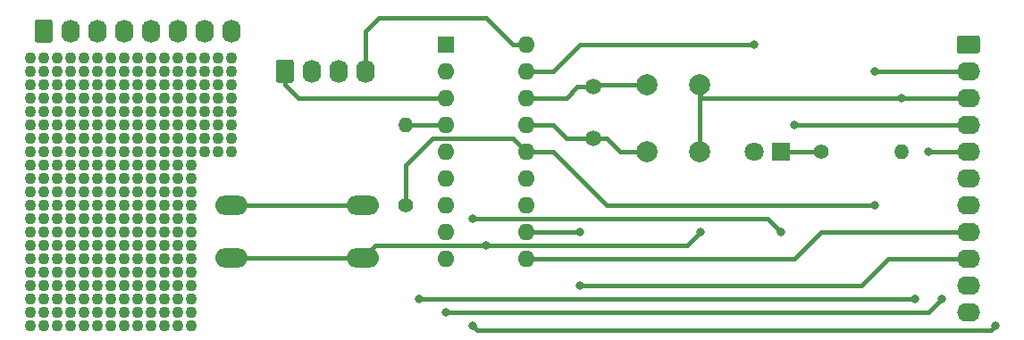
<source format=gbr>
%TF.GenerationSoftware,KiCad,Pcbnew,5.1.6-c6e7f7d~86~ubuntu16.04.1*%
%TF.CreationDate,2020-07-22T20:39:57+01:00*%
%TF.ProjectId,pic_proto1,7069635f-7072-46f7-946f-312e6b696361,rev?*%
%TF.SameCoordinates,Original*%
%TF.FileFunction,Copper,L1,Top*%
%TF.FilePolarity,Positive*%
%FSLAX46Y46*%
G04 Gerber Fmt 4.6, Leading zero omitted, Abs format (unit mm)*
G04 Created by KiCad (PCBNEW 5.1.6-c6e7f7d~86~ubuntu16.04.1) date 2020-07-22 20:39:57*
%MOMM*%
%LPD*%
G01*
G04 APERTURE LIST*
%TA.AperFunction,ComponentPad*%
%ADD10O,1.740000X2.190000*%
%TD*%
%TA.AperFunction,ComponentPad*%
%ADD11C,1.500000*%
%TD*%
%TA.AperFunction,ComponentPad*%
%ADD12O,1.600000X1.600000*%
%TD*%
%TA.AperFunction,ComponentPad*%
%ADD13R,1.600000X1.600000*%
%TD*%
%TA.AperFunction,ComponentPad*%
%ADD14O,3.048000X1.850000*%
%TD*%
%TA.AperFunction,ComponentPad*%
%ADD15O,1.400000X1.400000*%
%TD*%
%TA.AperFunction,ComponentPad*%
%ADD16C,1.400000*%
%TD*%
%TA.AperFunction,ComponentPad*%
%ADD17O,2.190000X1.740000*%
%TD*%
%TA.AperFunction,ComponentPad*%
%ADD18C,1.800000*%
%TD*%
%TA.AperFunction,ComponentPad*%
%ADD19R,1.800000X1.800000*%
%TD*%
%TA.AperFunction,ComponentPad*%
%ADD20C,2.000000*%
%TD*%
%TA.AperFunction,ViaPad*%
%ADD21C,1.100000*%
%TD*%
%TA.AperFunction,ViaPad*%
%ADD22C,0.800000*%
%TD*%
%TA.AperFunction,Conductor*%
%ADD23C,0.400000*%
%TD*%
G04 APERTURE END LIST*
D10*
%TO.P,REF\u002A\u002A,8*%
%TO.N,N/C*%
X143510000Y-48260000D03*
%TO.P,REF\u002A\u002A,7*%
X140970000Y-48260000D03*
%TO.P,REF\u002A\u002A,6*%
X138430000Y-48260000D03*
%TO.P,REF\u002A\u002A,5*%
X135890000Y-48260000D03*
%TO.P,REF\u002A\u002A,4*%
X133350000Y-48260000D03*
%TO.P,REF\u002A\u002A,3*%
X130810000Y-48260000D03*
%TO.P,REF\u002A\u002A,2*%
X128270000Y-48260000D03*
%TO.P,REF\u002A\u002A,1*%
%TA.AperFunction,ComponentPad*%
G36*
G01*
X124860000Y-49105001D02*
X124860000Y-47414999D01*
G75*
G02*
X125109999Y-47165000I249999J0D01*
G01*
X126350001Y-47165000D01*
G75*
G02*
X126600000Y-47414999I0J-249999D01*
G01*
X126600000Y-49105001D01*
G75*
G02*
X126350001Y-49355000I-249999J0D01*
G01*
X125109999Y-49355000D01*
G75*
G02*
X124860000Y-49105001I0J249999D01*
G01*
G37*
%TD.AperFunction*%
%TD*%
D11*
%TO.P,X1,2*%
%TO.N,Net-(C2-Pad1)*%
X177800000Y-53540000D03*
%TO.P,X1,1*%
%TO.N,Net-(C1-Pad1)*%
X177800000Y-58420000D03*
%TD*%
D12*
%TO.P,U1,18*%
%TO.N,IO1*%
X171450000Y-49530000D03*
%TO.P,U1,9*%
%TO.N,Net-(J2-Pad7)*%
X163830000Y-69850000D03*
%TO.P,U1,17*%
%TO.N,Net-(D1-Pad2)*%
X171450000Y-52070000D03*
%TO.P,U1,8*%
%TO.N,Net-(J2-Pad6)*%
X163830000Y-67310000D03*
%TO.P,U1,16*%
%TO.N,Net-(C2-Pad1)*%
X171450000Y-54610000D03*
%TO.P,U1,7*%
%TO.N,Net-(J2-Pad5)*%
X163830000Y-64770000D03*
%TO.P,U1,15*%
%TO.N,Net-(C1-Pad1)*%
X171450000Y-57150000D03*
%TO.P,U1,6*%
%TO.N,Net-(J2-Pad4)*%
X163830000Y-62230000D03*
%TO.P,U1,14*%
%TO.N,+5V*%
X171450000Y-59690000D03*
%TO.P,U1,5*%
%TO.N,GND*%
X163830000Y-59690000D03*
%TO.P,U1,13*%
%TO.N,Net-(J2-Pad11)*%
X171450000Y-62230000D03*
%TO.P,U1,4*%
%TO.N,Net-(R1-Pad2)*%
X163830000Y-57150000D03*
%TO.P,U1,12*%
%TO.N,Net-(J2-Pad10)*%
X171450000Y-64770000D03*
%TO.P,U1,3*%
%TO.N,IO4*%
X163830000Y-54610000D03*
%TO.P,U1,11*%
%TO.N,Net-(J2-Pad9)*%
X171450000Y-67310000D03*
%TO.P,U1,2*%
%TO.N,IO3*%
X163830000Y-52070000D03*
%TO.P,U1,10*%
%TO.N,Net-(J2-Pad8)*%
X171450000Y-69850000D03*
D13*
%TO.P,U1,1*%
%TO.N,IO2*%
X163830000Y-49530000D03*
%TD*%
D14*
%TO.P,SW1,2*%
%TO.N,GND*%
X143510000Y-69770000D03*
%TO.P,SW1,1*%
%TO.N,Net-(R1-Pad2)*%
X143510000Y-64770000D03*
%TO.P,SW1,2*%
%TO.N,GND*%
X156010000Y-69770000D03*
%TO.P,SW1,1*%
%TO.N,Net-(R1-Pad2)*%
X156010000Y-64770000D03*
%TD*%
D15*
%TO.P,R2,2*%
%TO.N,GND*%
X207010000Y-59690000D03*
D16*
%TO.P,R2,1*%
%TO.N,Net-(D1-Pad1)*%
X199390000Y-59690000D03*
%TD*%
D15*
%TO.P,R1,2*%
%TO.N,Net-(R1-Pad2)*%
X160020000Y-57150000D03*
D16*
%TO.P,R1,1*%
%TO.N,+5V*%
X160020000Y-64770000D03*
%TD*%
D17*
%TO.P,J2,11*%
%TO.N,Net-(J2-Pad11)*%
X213360000Y-74930000D03*
%TO.P,J2,10*%
%TO.N,Net-(J2-Pad10)*%
X213360000Y-72390000D03*
%TO.P,J2,9*%
%TO.N,Net-(J2-Pad9)*%
X213360000Y-69850000D03*
%TO.P,J2,8*%
%TO.N,Net-(J2-Pad8)*%
X213360000Y-67310000D03*
%TO.P,J2,7*%
%TO.N,Net-(J2-Pad7)*%
X213360000Y-64770000D03*
%TO.P,J2,6*%
%TO.N,Net-(J2-Pad6)*%
X213360000Y-62230000D03*
%TO.P,J2,5*%
%TO.N,Net-(J2-Pad5)*%
X213360000Y-59690000D03*
%TO.P,J2,4*%
%TO.N,Net-(J2-Pad4)*%
X213360000Y-57150000D03*
%TO.P,J2,3*%
%TO.N,GND*%
X213360000Y-54610000D03*
%TO.P,J2,2*%
%TO.N,+5V*%
X213360000Y-52070000D03*
%TO.P,J2,1*%
%TO.N,N/C*%
%TA.AperFunction,ComponentPad*%
G36*
G01*
X212514999Y-48660000D02*
X214205001Y-48660000D01*
G75*
G02*
X214455000Y-48909999I0J-249999D01*
G01*
X214455000Y-50150001D01*
G75*
G02*
X214205001Y-50400000I-249999J0D01*
G01*
X212514999Y-50400000D01*
G75*
G02*
X212265000Y-50150001I0J249999D01*
G01*
X212265000Y-48909999D01*
G75*
G02*
X212514999Y-48660000I249999J0D01*
G01*
G37*
%TD.AperFunction*%
%TD*%
D10*
%TO.P,J1,4*%
%TO.N,IO1*%
X156210000Y-52070000D03*
%TO.P,J1,3*%
%TO.N,IO2*%
X153670000Y-52070000D03*
%TO.P,J1,2*%
%TO.N,IO3*%
X151130000Y-52070000D03*
%TO.P,J1,1*%
%TO.N,IO4*%
%TA.AperFunction,ComponentPad*%
G36*
G01*
X147720000Y-52915001D02*
X147720000Y-51224999D01*
G75*
G02*
X147969999Y-50975000I249999J0D01*
G01*
X149210001Y-50975000D01*
G75*
G02*
X149460000Y-51224999I0J-249999D01*
G01*
X149460000Y-52915001D01*
G75*
G02*
X149210001Y-53165000I-249999J0D01*
G01*
X147969999Y-53165000D01*
G75*
G02*
X147720000Y-52915001I0J249999D01*
G01*
G37*
%TD.AperFunction*%
%TD*%
D18*
%TO.P,D1,2*%
%TO.N,Net-(D1-Pad2)*%
X193040000Y-59690000D03*
D19*
%TO.P,D1,1*%
%TO.N,Net-(D1-Pad1)*%
X195580000Y-59690000D03*
%TD*%
D20*
%TO.P,C2,2*%
%TO.N,GND*%
X187880000Y-53340000D03*
%TO.P,C2,1*%
%TO.N,Net-(C2-Pad1)*%
X182880000Y-53340000D03*
%TD*%
%TO.P,C1,2*%
%TO.N,GND*%
X187880000Y-59690000D03*
%TO.P,C1,1*%
%TO.N,Net-(C1-Pad1)*%
X182880000Y-59690000D03*
%TD*%
D21*
%TO.N,*%
X143510000Y-50800000D03*
X143510000Y-52070000D03*
X143510000Y-53340000D03*
X143510000Y-54610000D03*
X143510000Y-55880000D03*
X142240000Y-55880000D03*
X140970000Y-55880000D03*
X140970000Y-54610000D03*
X142240000Y-54610000D03*
X142240000Y-53340000D03*
X140970000Y-53340000D03*
X140970000Y-52070000D03*
X142240000Y-52070000D03*
X142240000Y-50800000D03*
X140970000Y-50800000D03*
X139700000Y-50800000D03*
X139700000Y-52070000D03*
X139700000Y-53340000D03*
X139700000Y-54610000D03*
X139700000Y-55880000D03*
X139700000Y-57150000D03*
X139700000Y-58420000D03*
X139700000Y-59690000D03*
X140970000Y-59690000D03*
X140970000Y-58420000D03*
X140970000Y-57150000D03*
X142240000Y-57150000D03*
X142240000Y-58420000D03*
X142240000Y-59690000D03*
X143510000Y-59690000D03*
X143510000Y-58420000D03*
X143510000Y-57150000D03*
X139700000Y-60960000D03*
X139700000Y-62230000D03*
X139700000Y-63500000D03*
X139700000Y-64770000D03*
X139700000Y-66040000D03*
X139700000Y-67310000D03*
X139700000Y-68580000D03*
X139700000Y-69850000D03*
X139700000Y-71120000D03*
X139700000Y-72390000D03*
X139700000Y-73660000D03*
X139700000Y-74930000D03*
X139700000Y-76200000D03*
X138430000Y-69850000D03*
X138430000Y-58420000D03*
X138430000Y-50800000D03*
X138430000Y-67310000D03*
X138430000Y-63500000D03*
X138430000Y-74930000D03*
X138430000Y-54610000D03*
X138430000Y-59690000D03*
X138430000Y-62230000D03*
X138430000Y-64770000D03*
X138430000Y-68580000D03*
X138430000Y-53340000D03*
X138430000Y-52070000D03*
X138430000Y-72390000D03*
X138430000Y-60960000D03*
X138430000Y-71120000D03*
X138430000Y-76200000D03*
X138430000Y-73660000D03*
X138430000Y-66040000D03*
X138430000Y-55880000D03*
X138430000Y-57150000D03*
X138430000Y-69850000D03*
X138430000Y-58420000D03*
X138430000Y-50800000D03*
X138430000Y-67310000D03*
X138430000Y-63500000D03*
X138430000Y-74930000D03*
X138430000Y-54610000D03*
X138430000Y-59690000D03*
X138430000Y-62230000D03*
X138430000Y-64770000D03*
X138430000Y-68580000D03*
X138430000Y-53340000D03*
X138430000Y-52070000D03*
X138430000Y-72390000D03*
X138430000Y-60960000D03*
X138430000Y-71120000D03*
X138430000Y-76200000D03*
X138430000Y-73660000D03*
X138430000Y-66040000D03*
X138430000Y-55880000D03*
X138430000Y-57150000D03*
X138430000Y-69850000D03*
X138430000Y-58420000D03*
X138430000Y-50800000D03*
X138430000Y-67310000D03*
X138430000Y-63500000D03*
X138430000Y-74930000D03*
X138430000Y-54610000D03*
X138430000Y-59690000D03*
X138430000Y-62230000D03*
X138430000Y-64770000D03*
X138430000Y-68580000D03*
X138430000Y-53340000D03*
X138430000Y-52070000D03*
X138430000Y-72390000D03*
X138430000Y-60960000D03*
X138430000Y-71120000D03*
X138430000Y-76200000D03*
X138430000Y-73660000D03*
X138430000Y-66040000D03*
X138430000Y-55880000D03*
X138430000Y-57150000D03*
X137160000Y-69850000D03*
X137160000Y-58420000D03*
X137160000Y-50800000D03*
X137160000Y-67310000D03*
X137160000Y-63500000D03*
X137160000Y-74930000D03*
X137160000Y-54610000D03*
X137160000Y-59690000D03*
X137160000Y-62230000D03*
X137160000Y-64770000D03*
X137160000Y-68580000D03*
X137160000Y-53340000D03*
X137160000Y-52070000D03*
X137160000Y-72390000D03*
X137160000Y-60960000D03*
X137160000Y-71120000D03*
X137160000Y-76200000D03*
X137160000Y-73660000D03*
X137160000Y-66040000D03*
X137160000Y-55880000D03*
X137160000Y-57150000D03*
X135890000Y-69850000D03*
X135890000Y-58420000D03*
X135890000Y-50800000D03*
X135890000Y-67310000D03*
X135890000Y-63500000D03*
X135890000Y-74930000D03*
X135890000Y-54610000D03*
X135890000Y-59690000D03*
X135890000Y-62230000D03*
X135890000Y-64770000D03*
X135890000Y-68580000D03*
X135890000Y-53340000D03*
X135890000Y-52070000D03*
X135890000Y-72390000D03*
X135890000Y-60960000D03*
X135890000Y-71120000D03*
X135890000Y-76200000D03*
X135890000Y-73660000D03*
X135890000Y-66040000D03*
X135890000Y-55880000D03*
X135890000Y-57150000D03*
X134620000Y-69850000D03*
X134620000Y-58420000D03*
X134620000Y-50800000D03*
X134620000Y-67310000D03*
X134620000Y-63500000D03*
X134620000Y-74930000D03*
X134620000Y-54610000D03*
X134620000Y-59690000D03*
X134620000Y-62230000D03*
X134620000Y-64770000D03*
X134620000Y-68580000D03*
X134620000Y-53340000D03*
X134620000Y-52070000D03*
X134620000Y-72390000D03*
X134620000Y-60960000D03*
X134620000Y-71120000D03*
X134620000Y-76200000D03*
X134620000Y-73660000D03*
X134620000Y-66040000D03*
X134620000Y-55880000D03*
X134620000Y-57150000D03*
X133350000Y-64770000D03*
X133350000Y-69850000D03*
X133350000Y-53340000D03*
X133350000Y-73660000D03*
X133350000Y-71120000D03*
X132080000Y-59690000D03*
X133350000Y-59690000D03*
X133350000Y-76200000D03*
X133350000Y-73660000D03*
X133350000Y-64770000D03*
X133350000Y-72390000D03*
X130810000Y-53340000D03*
X129540000Y-52070000D03*
X129540000Y-72390000D03*
X132080000Y-62230000D03*
X130810000Y-66040000D03*
X133350000Y-50800000D03*
X133350000Y-54610000D03*
X132080000Y-74930000D03*
X130810000Y-57150000D03*
X129540000Y-60960000D03*
X129540000Y-71120000D03*
X129540000Y-73660000D03*
X129540000Y-57150000D03*
X133350000Y-74930000D03*
X132080000Y-53340000D03*
X133350000Y-58420000D03*
X132080000Y-72390000D03*
X130810000Y-63500000D03*
X129540000Y-69850000D03*
X129540000Y-58420000D03*
X129540000Y-50800000D03*
X132080000Y-69850000D03*
X130810000Y-62230000D03*
X132080000Y-66040000D03*
X130810000Y-54610000D03*
X130810000Y-76200000D03*
X132080000Y-64770000D03*
X129540000Y-74930000D03*
X129540000Y-54610000D03*
X133350000Y-72390000D03*
X133350000Y-69850000D03*
X133350000Y-67310000D03*
X130810000Y-64770000D03*
X133350000Y-66040000D03*
X133350000Y-55880000D03*
X132080000Y-76200000D03*
X133350000Y-68580000D03*
X133350000Y-67310000D03*
X133350000Y-54610000D03*
X133350000Y-50800000D03*
X130810000Y-73660000D03*
X132080000Y-57150000D03*
X133350000Y-63500000D03*
X133350000Y-73660000D03*
X129540000Y-76200000D03*
X133350000Y-60960000D03*
X130810000Y-55880000D03*
X132080000Y-50800000D03*
X129540000Y-59690000D03*
X129540000Y-67310000D03*
X129540000Y-63500000D03*
X133350000Y-53340000D03*
X130810000Y-74930000D03*
X130810000Y-59690000D03*
X132080000Y-54610000D03*
X132080000Y-68580000D03*
X133350000Y-68580000D03*
X133350000Y-52070000D03*
X133350000Y-62230000D03*
X133350000Y-54610000D03*
X133350000Y-62230000D03*
X133350000Y-57150000D03*
X133350000Y-64770000D03*
X132080000Y-60960000D03*
X133350000Y-60960000D03*
X133350000Y-63500000D03*
X130810000Y-68580000D03*
X130810000Y-52070000D03*
X133350000Y-71120000D03*
X133350000Y-76200000D03*
X133350000Y-68580000D03*
X133350000Y-74930000D03*
X130810000Y-67310000D03*
X132080000Y-71120000D03*
X132080000Y-73660000D03*
X133350000Y-76200000D03*
X133350000Y-59690000D03*
X132080000Y-63500000D03*
X133350000Y-74930000D03*
X130810000Y-60960000D03*
X132080000Y-55880000D03*
X129540000Y-68580000D03*
X129540000Y-53340000D03*
X132080000Y-58420000D03*
X133350000Y-57150000D03*
X130810000Y-72390000D03*
X133350000Y-66040000D03*
X133350000Y-67310000D03*
X133350000Y-55880000D03*
X133350000Y-58420000D03*
X130810000Y-71120000D03*
X133350000Y-69850000D03*
X133350000Y-52070000D03*
X133350000Y-66040000D03*
X133350000Y-63500000D03*
X129540000Y-62230000D03*
X129540000Y-64770000D03*
X130810000Y-69850000D03*
X133350000Y-53340000D03*
X133350000Y-57150000D03*
X132080000Y-52070000D03*
X133350000Y-71120000D03*
X133350000Y-60960000D03*
X133350000Y-59690000D03*
X133350000Y-50800000D03*
X130810000Y-58420000D03*
X130810000Y-50800000D03*
X133350000Y-62230000D03*
X133350000Y-55880000D03*
X129540000Y-66040000D03*
X129540000Y-55880000D03*
X133350000Y-72390000D03*
X133350000Y-58420000D03*
X132080000Y-67310000D03*
X133350000Y-52070000D03*
X128270000Y-64770000D03*
X128270000Y-69850000D03*
X128270000Y-53340000D03*
X128270000Y-73660000D03*
X128270000Y-71120000D03*
X127000000Y-59690000D03*
X128270000Y-59690000D03*
X128270000Y-76200000D03*
X128270000Y-73660000D03*
X128270000Y-64770000D03*
X128270000Y-72390000D03*
X125730000Y-53340000D03*
X124460000Y-52070000D03*
X124460000Y-72390000D03*
X127000000Y-62230000D03*
X125730000Y-66040000D03*
X128270000Y-50800000D03*
X128270000Y-54610000D03*
X127000000Y-74930000D03*
X125730000Y-57150000D03*
X124460000Y-60960000D03*
X124460000Y-71120000D03*
X124460000Y-73660000D03*
X124460000Y-57150000D03*
X128270000Y-74930000D03*
X127000000Y-53340000D03*
X128270000Y-58420000D03*
X127000000Y-72390000D03*
X125730000Y-63500000D03*
X124460000Y-69850000D03*
X124460000Y-58420000D03*
X124460000Y-50800000D03*
X127000000Y-69850000D03*
X125730000Y-62230000D03*
X127000000Y-66040000D03*
X125730000Y-54610000D03*
X125730000Y-76200000D03*
X127000000Y-64770000D03*
X124460000Y-74930000D03*
X124460000Y-54610000D03*
X128270000Y-72390000D03*
X128270000Y-69850000D03*
X128270000Y-67310000D03*
X125730000Y-64770000D03*
X128270000Y-66040000D03*
X128270000Y-55880000D03*
X127000000Y-76200000D03*
X128270000Y-68580000D03*
X128270000Y-67310000D03*
X128270000Y-54610000D03*
X128270000Y-50800000D03*
X125730000Y-73660000D03*
X127000000Y-57150000D03*
X128270000Y-63500000D03*
X128270000Y-73660000D03*
X124460000Y-76200000D03*
X128270000Y-60960000D03*
X125730000Y-55880000D03*
X127000000Y-50800000D03*
X124460000Y-59690000D03*
X124460000Y-67310000D03*
X124460000Y-63500000D03*
X128270000Y-53340000D03*
X125730000Y-74930000D03*
X125730000Y-59690000D03*
X127000000Y-54610000D03*
X127000000Y-68580000D03*
X128270000Y-68580000D03*
X128270000Y-52070000D03*
X128270000Y-62230000D03*
X128270000Y-54610000D03*
X128270000Y-62230000D03*
X128270000Y-57150000D03*
X128270000Y-64770000D03*
X127000000Y-60960000D03*
X128270000Y-60960000D03*
X128270000Y-63500000D03*
X125730000Y-68580000D03*
X125730000Y-52070000D03*
X128270000Y-71120000D03*
X128270000Y-76200000D03*
X128270000Y-68580000D03*
X128270000Y-74930000D03*
X125730000Y-67310000D03*
X127000000Y-71120000D03*
X127000000Y-73660000D03*
X128270000Y-76200000D03*
X128270000Y-59690000D03*
X127000000Y-63500000D03*
X128270000Y-74930000D03*
X125730000Y-60960000D03*
X127000000Y-55880000D03*
X124460000Y-68580000D03*
X124460000Y-53340000D03*
X127000000Y-58420000D03*
X128270000Y-57150000D03*
X125730000Y-72390000D03*
X128270000Y-66040000D03*
X128270000Y-67310000D03*
X128270000Y-55880000D03*
X128270000Y-58420000D03*
X125730000Y-71120000D03*
X128270000Y-69850000D03*
X128270000Y-52070000D03*
X128270000Y-66040000D03*
X128270000Y-63500000D03*
X124460000Y-62230000D03*
X124460000Y-64770000D03*
X125730000Y-69850000D03*
X128270000Y-53340000D03*
X128270000Y-57150000D03*
X127000000Y-52070000D03*
X128270000Y-71120000D03*
X128270000Y-60960000D03*
X128270000Y-59690000D03*
X128270000Y-50800000D03*
X125730000Y-58420000D03*
X125730000Y-50800000D03*
X128270000Y-62230000D03*
X128270000Y-55880000D03*
X124460000Y-66040000D03*
X124460000Y-55880000D03*
X128270000Y-72390000D03*
X128270000Y-58420000D03*
X127000000Y-67310000D03*
X128270000Y-52070000D03*
D22*
%TO.N,GND*%
X207010000Y-54610000D03*
X187960000Y-67310000D03*
X167640000Y-68580000D03*
%TO.N,Net-(D1-Pad2)*%
X193040000Y-49530000D03*
%TO.N,Net-(J2-Pad9)*%
X176530000Y-72390000D03*
X176530000Y-67310000D03*
%TO.N,Net-(J2-Pad7)*%
X163830000Y-74930000D03*
X210820000Y-73660000D03*
%TO.N,Net-(J2-Pad6)*%
X166370000Y-76200000D03*
X215900000Y-76200000D03*
%TO.N,Net-(J2-Pad5)*%
X161290000Y-73660000D03*
X208280000Y-73660000D03*
X209550000Y-59690000D03*
%TO.N,Net-(J2-Pad4)*%
X196850000Y-57150000D03*
X195580000Y-67310000D03*
X166370000Y-66040000D03*
%TO.N,+5V*%
X204470000Y-64770000D03*
X204470000Y-52070000D03*
%TD*%
D23*
%TO.N,GND*%
X187960000Y-53420000D02*
X187880000Y-53340000D01*
X187960000Y-54610000D02*
X187960000Y-53420000D01*
X187880000Y-59690000D02*
X187880000Y-53340000D01*
X213360000Y-54610000D02*
X207010000Y-54610000D01*
X207010000Y-54610000D02*
X187960000Y-54610000D01*
X187960000Y-67310000D02*
X186690000Y-68580000D01*
X186690000Y-68580000D02*
X167640000Y-68580000D01*
X157200000Y-68580000D02*
X167640000Y-68580000D01*
X156010000Y-69770000D02*
X157200000Y-68580000D01*
X156010000Y-69770000D02*
X143510000Y-69770000D01*
%TO.N,Net-(C1-Pad1)*%
X171450000Y-57150000D02*
X173990000Y-57150000D01*
X175260000Y-58420000D02*
X177800000Y-58420000D01*
X173990000Y-57150000D02*
X175260000Y-58420000D01*
X177800000Y-58420000D02*
X179070000Y-58420000D01*
X180340000Y-59690000D02*
X182880000Y-59690000D01*
X179070000Y-58420000D02*
X180340000Y-59690000D01*
%TO.N,Net-(C2-Pad1)*%
X178000000Y-53340000D02*
X177800000Y-53540000D01*
X182880000Y-53340000D02*
X178000000Y-53340000D01*
X177800000Y-53540000D02*
X176330000Y-53540000D01*
X175260000Y-54610000D02*
X171450000Y-54610000D01*
X176330000Y-53540000D02*
X175260000Y-54610000D01*
%TO.N,Net-(D1-Pad1)*%
X195580000Y-59690000D02*
X199390000Y-59690000D01*
%TO.N,Net-(D1-Pad2)*%
X171450000Y-52070000D02*
X173990000Y-52070000D01*
X173990000Y-52070000D02*
X176530000Y-49530000D01*
X176530000Y-49530000D02*
X193040000Y-49530000D01*
%TO.N,IO1*%
X171450000Y-49530000D02*
X170180000Y-49530000D01*
X170180000Y-49530000D02*
X167640000Y-46990000D01*
X167640000Y-46990000D02*
X157480000Y-46990000D01*
X156210000Y-48260000D02*
X156210000Y-52070000D01*
X157480000Y-46990000D02*
X156210000Y-48260000D01*
%TO.N,Net-(J2-Pad9)*%
X213360000Y-69850000D02*
X205740000Y-69850000D01*
X203200000Y-72390000D02*
X176530000Y-72390000D01*
X205740000Y-69850000D02*
X203200000Y-72390000D01*
X176530000Y-67310000D02*
X171450000Y-67310000D01*
%TO.N,Net-(J2-Pad8)*%
X171450000Y-69850000D02*
X196850000Y-69850000D01*
X199390000Y-67310000D02*
X213360000Y-67310000D01*
X196850000Y-69850000D02*
X199390000Y-67310000D01*
%TO.N,Net-(J2-Pad7)*%
X209550000Y-74930000D02*
X210820000Y-73660000D01*
X163830000Y-74930000D02*
X209550000Y-74930000D01*
%TO.N,Net-(J2-Pad6)*%
X215900000Y-76200000D02*
X215500001Y-76599999D01*
X215500001Y-76599999D02*
X166769999Y-76599999D01*
X166769999Y-76599999D02*
X166370000Y-76200000D01*
%TO.N,Net-(J2-Pad5)*%
X161290000Y-73660000D02*
X208280000Y-73660000D01*
X209550000Y-59690000D02*
X213360000Y-59690000D01*
%TO.N,Net-(J2-Pad4)*%
X213360000Y-57150000D02*
X196850000Y-57150000D01*
X194310000Y-66040000D02*
X166370000Y-66040000D01*
X195580000Y-67310000D02*
X194310000Y-66040000D01*
%TO.N,+5V*%
X171450000Y-59690000D02*
X173990000Y-59690000D01*
X173990000Y-59690000D02*
X179070000Y-64770000D01*
X179070000Y-64770000D02*
X204470000Y-64770000D01*
X204470000Y-52070000D02*
X213360000Y-52070000D01*
X170199999Y-58439999D02*
X162540001Y-58439999D01*
X171450000Y-59690000D02*
X170199999Y-58439999D01*
X160020000Y-60960000D02*
X160020000Y-64770000D01*
X162540001Y-58439999D02*
X160020000Y-60960000D01*
%TO.N,Net-(R1-Pad2)*%
X143510000Y-64770000D02*
X156010000Y-64770000D01*
X163830000Y-57150000D02*
X160020000Y-57150000D01*
%TO.N,IO4*%
X163830000Y-54610000D02*
X149860000Y-54610000D01*
X148590000Y-53340000D02*
X148590000Y-52070000D01*
X149860000Y-54610000D02*
X148590000Y-53340000D01*
%TD*%
M02*

</source>
